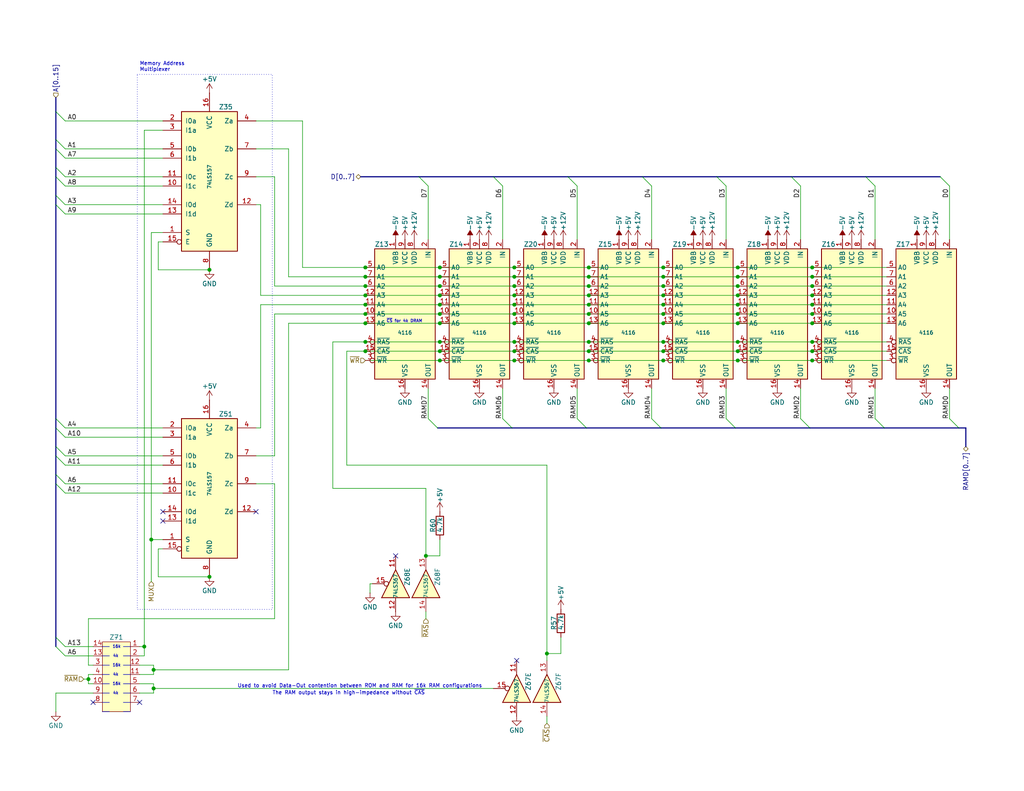
<source format=kicad_sch>
(kicad_sch (version 20231120) (generator "eeschema") (generator_version "8.0")
  (paper "USLetter")
  (title_block (title "TRS-80 Model I Rev A") (date "2024-11-20") (rev "E1A-A") (company "RetroStack - Marcel Erz") (comment 2 "RAM and data-bus gating") (comment 4 "RAM"))
  (lib_symbols
    (symbol "74xx:74LS157" (pin_names (offset 1.016))
      (property "Reference" "U" (at -7.62 19.05 0))
      (property "Value" "74LS157" (at -7.62 -21.59 0))
      (symbol "74LS157_1_0"
        (pin input line (at -12.7 -15.24 0) (length 5.08) (name "S") (number "1"))
        (pin input line (at -12.7 -2.54 0) (length 5.08) (name "I1c") (number "10"))
        (pin input line (at -12.7 0 0) (length 5.08) (name "I0c") (number "11"))
        (pin output line (at 12.7 -7.62 180) (length 5.08) (name "Zd") (number "12"))
        (pin input line (at -12.7 -10.16 0) (length 5.08) (name "I1d") (number "13"))
        (pin input line (at -12.7 -7.62 0) (length 5.08) (name "I0d") (number "14"))
        (pin input inverted (at -12.7 -17.78 0) (length 5.08) (name "E") (number "15"))
        (pin power_in line (at 0 22.86 270) (length 5.08) (name "VCC") (number "16"))
        (pin input line (at -12.7 15.24 0) (length 5.08) (name "I0a") (number "2"))
        (pin input line (at -12.7 12.7 0) (length 5.08) (name "I1a") (number "3"))
        (pin output line (at 12.7 15.24 180) (length 5.08) (name "Za") (number "4"))
        (pin input line (at -12.7 7.62 0) (length 5.08) (name "I0b") (number "5"))
        (pin input line (at -12.7 5.08 0) (length 5.08) (name "I1b") (number "6"))
        (pin output line (at 12.7 7.62 180) (length 5.08) (name "Zb") (number "7"))
        (pin power_in line (at 0 -25.4 90) (length 5.08) (name "GND") (number "8"))
        (pin output line (at 12.7 0 180) (length 5.08) (name "Zc") (number "9"))
      )
      (symbol "74LS157_1_1"
        (rectangle (start -7.62 17.78) (end 7.62 -20.32) (stroke (width 0.254)) (fill (type background)))
      )
    )
    (symbol "Device:R" (pin_numbers hide) (pin_names (offset 0))
      (property "Reference" "R" (at 2.032 0 90))
      (property "Value" "R" (at 0 0 90))
      (symbol "R_0_1"
        (rectangle (start -1.016 -2.54) (end 1.016 2.54) (stroke (width 0.254)))
      )
      (symbol "R_1_1"
        (pin passive line (at 0 3.81 270) (length 1.27) (name "~") (number "1"))
        (pin passive line (at 0 -3.81 90) (length 1.27) (name "~") (number "2"))
      )
    )
    (symbol "RetroStackLibrary:74LS367_Split" (pin_names (offset 1.016))
      (property "Reference" "U" (at 0 1.27 0))
      (property "Value" "74LS367" (at 0 -1.27 0))
      (symbol "74LS367_Split_1_0"
        (polyline (pts (xy -3.81 3.81) (xy -3.81 -3.81) (xy 3.81 0) (xy -3.81 3.81)) (stroke (width 0.254)) (fill (type background)))
        (pin input inverted (at 0 6.35 270) (length 4.445) (name "~") (number "1"))
        (pin input line (at -7.62 0 0) (length 3.81) (name "~") (number "2"))
        (pin tri_state line (at 7.62 0 180) (length 3.81) (name "~") (number "3"))
      )
      (symbol "74LS367_Split_2_0"
        (polyline (pts (xy -3.81 3.81) (xy -3.81 -3.81) (xy 3.81 0) (xy -3.81 3.81)) (stroke (width 0.254)) (fill (type background)))
        (pin input line (at -7.62 0 0) (length 3.81) (name "~") (number "4"))
        (pin tri_state line (at 7.62 0 180) (length 3.81) (name "~") (number "5"))
      )
      (symbol "74LS367_Split_3_0"
        (polyline (pts (xy -3.81 3.81) (xy -3.81 -3.81) (xy 3.81 0) (xy -3.81 3.81)) (stroke (width 0.254)) (fill (type background)))
        (pin input line (at -7.62 0 0) (length 3.81) (name "~") (number "6"))
        (pin tri_state line (at 7.62 0 180) (length 3.81) (name "~") (number "7"))
      )
      (symbol "74LS367_Split_4_0"
        (polyline (pts (xy -3.81 3.81) (xy -3.81 -3.81) (xy 3.81 0) (xy -3.81 3.81)) (stroke (width 0.254)) (fill (type background)))
        (pin input line (at -7.62 0 0) (length 3.81) (name "~") (number "10"))
        (pin tri_state line (at 7.62 0 180) (length 3.81) (name "~") (number "9"))
      )
      (symbol "74LS367_Split_5_0"
        (polyline (pts (xy -3.175 -2.54) (xy -3.175 -10.16) (xy 4.445 -6.35) (xy -3.175 -2.54)) (stroke (width 0.254)) (fill (type background)))
        (pin tri_state line (at 8.255 -6.35 180) (length 3.81) (name "~") (number "11"))
        (pin input line (at -6.985 -6.35 0) (length 3.81) (name "~") (number "12"))
        (pin input inverted (at 0.635 0 270) (length 4.445) (name "~") (number "15"))
      )
      (symbol "74LS367_Split_6_0"
        (polyline (pts (xy -3.81 3.81) (xy -3.81 -3.81) (xy 3.81 0) (xy -3.81 3.81)) (stroke (width 0.254)) (fill (type background)))
        (pin tri_state line (at 7.62 0 180) (length 3.81) (name "~") (number "13"))
        (pin input line (at -7.62 0 0) (length 3.81) (name "~") (number "14"))
      )
      (symbol "74LS367_Split_7_0"
        (pin power_in line (at 0 1.905 270) (length 5.08) (name "VCC") (number "16"))
        (pin power_in line (at 0 -23.495 90) (length 5.08) (name "GND") (number "8"))
      )
      (symbol "74LS367_Split_7_1"
        (rectangle (start -5.08 -3.175) (end 5.08 -18.415) (stroke (width 0.254)) (fill (type background)))
      )
    )
    (symbol "RetroStackLibrary:DRAM_4116"
      (property "Reference" "U" (at 0 0 0))
      (property "Value" "DRAM_4116" (at 0 0 0))
      (symbol "DRAM_4116_1_1"
        (rectangle (start -8.255 -4.445) (end 8.255 -40.005) (stroke (width 0.254)) (fill (type background)))
        (pin power_in line (at -2.54 -1.905 270) (length 2.54) (name "VBB") (number "1"))
        (pin input line (at -10.795 -22.225 0) (length 2.54) (name "A5") (number "10"))
        (pin input line (at -10.795 -19.685 0) (length 2.54) (name "A4") (number "11"))
        (pin input line (at -10.795 -17.145 0) (length 2.54) (name "A3") (number "12"))
        (pin input line (at -10.795 -24.765 0) (length 2.54) (name "A6") (number "13"))
        (pin tri_state line (at 6.35 -42.545 90) (length 2.54) (name "OUT") (number "14"))
        (pin input inverted (at -10.795 -32.385 0) (length 2.54) (name "~{CAS}") (number "15"))
        (pin power_in line (at 0 -42.545 90) (length 2.54) (name "VSS") (number "16"))
        (pin input line (at 6.35 -1.905 270) (length 2.54) (name "IN") (number "2"))
        (pin input inverted (at -10.795 -34.925 0) (length 2.54) (name "~{WR}") (number "3"))
        (pin input inverted (at -10.795 -29.845 0) (length 2.54) (name "~{RAS}") (number "4"))
        (pin input line (at -10.795 -9.525 0) (length 2.54) (name "A0") (number "5"))
        (pin input line (at -10.795 -14.605 0) (length 2.54) (name "A2") (number "6"))
        (pin input line (at -10.795 -12.065 0) (length 2.54) (name "A1") (number "7"))
        (pin power_in line (at 2.54 -1.905 270) (length 2.54) (name "VDD") (number "8"))
        (pin power_in line (at 0 -1.905 270) (length 2.54) (name "VCC") (number "9"))
      )
    )
    (symbol "RetroStackLibrary:TRS80_Model_I_X71_A"
      (property "Reference" "X" (at 0 0 0))
      (property "Value" "TRS80_Model_I_X71" (at 0 0 0))
      (symbol "TRS80_Model_I_X71_A_1_1"
        (rectangle (start -3.81 -1.27) (end 3.81 -20.32) (fill (type background)))
        (pin passive line (at 6.35 -2.54 180) (length 2.54) (name "~") (number "1"))
        (pin passive line (at -6.35 -12.7 0) (length 2.54) (name "~") (number "10"))
        (pin passive line (at 6.35 -10.16 180) (length 2.54) (name "~") (number "11"))
        (pin passive line (at 6.35 -7.62 180) (length 2.54) (name "~") (number "12"))
        (pin passive line (at -6.35 -5.08 0) (length 2.54) (name "~") (number "13"))
        (pin passive line (at -6.35 -2.54 0) (length 2.54) (name "~") (number "14"))
        (pin passive line (at 6.35 -5.08 180) (length 2.54) (name "~") (number "2"))
        (pin passive line (at -6.35 -7.62 0) (length 2.54) (name "~") (number "3"))
        (pin passive line (at -6.35 -10.16 0) (length 2.54) (name "~") (number "4"))
        (pin passive line (at 6.35 -12.7 180) (length 2.54) (name "~") (number "5"))
        (pin passive line (at 6.35 -15.24 180) (length 2.54) (name "~") (number "6"))
        (pin passive line (at 6.35 -17.78 180) (length 2.54) (name "~") (number "7"))
        (pin passive line (at -6.35 -17.78 0) (length 2.54) (name "~") (number "8"))
        (pin passive line (at -6.35 -15.24 0) (length 2.54) (name "~") (number "9"))
      )
    )
    (symbol "power:+12V" (power) (pin_numbers hide) (pin_names (offset 0) hide)
      (property "Value" "+12V" (at 0 3.556 0))
      (symbol "+12V_0_1"
        (polyline (pts (xy -0.762 1.27) (xy 0 2.54)))
        (polyline (pts (xy 0 0) (xy 0 2.54)))
        (polyline (pts (xy 0 2.54) (xy 0.762 1.27)))
      )
      (symbol "+12V_1_1"
        (pin power_in line (at 0 0 90) (length 0) (name "~") (number "1"))
      )
    )
    (symbol "power:+5V" (power) (pin_numbers hide) (pin_names (offset 0) hide)
      (property "Value" "+5V" (at 0 3.556 0))
      (symbol "+5V_0_1"
        (polyline (pts (xy -0.762 1.27) (xy 0 2.54)))
        (polyline (pts (xy 0 0) (xy 0 2.54)))
        (polyline (pts (xy 0 2.54) (xy 0.762 1.27)))
      )
      (symbol "+5V_1_1"
        (pin power_in line (at 0 0 90) (length 0) (name "~") (number "1"))
      )
    )
    (symbol "power:-5V" (power) (pin_numbers hide) (pin_names (offset 0) hide)
      (property "Value" "-5V" (at 0 3.556 0))
      (symbol "-5V_0_0"
        (pin power_in line (at 0 0 90) (length 0) (name "~") (number "1"))
      )
      (symbol "-5V_0_1"
        (polyline (pts (xy 0 0) (xy 0 1.27) (xy 0.762 1.27) (xy 0 2.54) (xy -0.762 1.27) (xy 0 1.27)) (fill (type outline)))
      )
    )
    (symbol "power:GND" (power) (pin_numbers hide) (pin_names (offset 0) hide)
      (property "Value" "GND" (at 0 -3.81 0))
      (symbol "GND_0_1"
        (polyline (pts (xy 0 0) (xy 0 -1.27) (xy 1.27 -1.27) (xy 0 -2.54) (xy -1.27 -1.27) (xy 0 -1.27)))
      )
      (symbol "GND_1_1"
        (pin power_in line (at 0 0 270) (length 0) (name "~") (number "1"))
      )
    )
  )
  (junction (at 116.205 151.765))
  (junction (at 201.295 83.185))
  (junction (at 140.335 98.425))
  (junction (at 140.335 93.345))
  (junction (at 41.275 147.32))
  (junction (at 120.015 85.725))
  (junction (at 160.655 75.565))
  (junction (at 201.295 88.265))
  (junction (at 221.615 88.265))
  (junction (at 180.975 98.425))
  (junction (at 180.975 73.025))
  (junction (at 221.615 75.565))
  (junction (at 57.15 73.66))
  (junction (at 140.335 78.105))
  (junction (at 99.695 85.725))
  (junction (at 180.975 78.105))
  (junction (at 221.615 83.185))
  (junction (at 201.295 95.885))
  (junction (at 221.615 80.645))
  (junction (at 140.335 95.885))
  (junction (at 221.615 95.885))
  (junction (at 99.695 93.345))
  (junction (at 180.975 83.185))
  (junction (at 201.295 78.105))
  (junction (at 99.695 75.565))
  (junction (at 140.335 75.565))
  (junction (at 160.655 83.185))
  (junction (at 39.37 176.53))
  (junction (at 41.91 182.88))
  (junction (at 221.615 73.025))
  (junction (at 99.695 78.105))
  (junction (at 140.335 83.185))
  (junction (at 160.655 95.885))
  (junction (at 99.695 83.185))
  (junction (at 180.975 80.645))
  (junction (at 120.015 83.185))
  (junction (at 160.655 98.425))
  (junction (at 99.695 88.265))
  (junction (at 201.295 98.425))
  (junction (at 160.655 85.725))
  (junction (at 180.975 88.265))
  (junction (at 221.615 93.345))
  (junction (at 221.615 85.725))
  (junction (at 140.335 85.725))
  (junction (at 24.13 185.42))
  (junction (at 140.335 80.645))
  (junction (at 160.655 78.105))
  (junction (at 99.695 80.645))
  (junction (at 160.655 93.345))
  (junction (at 201.295 93.345))
  (junction (at 221.615 78.105))
  (junction (at 201.295 85.725))
  (junction (at 120.015 73.025))
  (junction (at 99.695 73.025))
  (junction (at 140.335 88.265))
  (junction (at 120.015 75.565))
  (junction (at 160.655 80.645))
  (junction (at 180.975 93.345))
  (junction (at 221.615 98.425))
  (junction (at 140.335 73.025))
  (junction (at 201.295 75.565))
  (junction (at 99.695 95.885))
  (junction (at 120.015 88.265))
  (junction (at 41.91 187.96))
  (junction (at 180.975 75.565))
  (junction (at 201.295 73.025))
  (junction (at 160.655 88.265))
  (junction (at 120.015 98.425))
  (junction (at 149.225 178.435))
  (junction (at 120.015 95.885))
  (junction (at 160.655 73.025))
  (junction (at 120.015 93.345))
  (junction (at 120.015 80.645))
  (junction (at 57.15 157.48))
  (junction (at 201.295 80.645))
  (junction (at 180.975 85.725))
  (junction (at 120.015 78.105))
  (junction (at 180.975 95.885))
  (no_connect (at 107.95 151.765))
  (no_connect (at 44.45 139.7))
  (no_connect (at 69.85 139.7))
  (no_connect (at 25.4 191.77))
  (no_connect (at 140.97 180.34))
  (no_connect (at 38.1 191.77))
  (no_connect (at 44.45 142.24))
  (bus_entry (at 17.78 50.8) (size -2.54 -2.54))
  (bus_entry (at 238.76 114.3) (size 2.54 2.54))
  (bus_entry (at 116.84 50.8) (size -2.54 -2.54))
  (bus_entry (at 17.78 48.26) (size -2.54 -2.54))
  (bus_entry (at 17.78 124.46) (size -2.54 -2.54))
  (bus_entry (at 17.78 55.88) (size -2.54 -2.54))
  (bus_entry (at 198.12 114.3) (size 2.54 2.54))
  (bus_entry (at 17.78 179.07) (size -2.54 -2.54))
  (bus_entry (at 137.16 50.8) (size -2.54 -2.54))
  (bus_entry (at 17.78 176.53) (size -2.54 -2.54))
  (bus_entry (at 218.44 50.8) (size -2.54 -2.54))
  (bus_entry (at 17.78 119.38) (size -2.54 -2.54))
  (bus_entry (at 17.78 58.42) (size -2.54 -2.54))
  (bus_entry (at 157.48 114.3) (size 2.54 2.54))
  (bus_entry (at 17.78 43.18) (size -2.54 -2.54))
  (bus_entry (at 17.78 127) (size -2.54 -2.54))
  (bus_entry (at 17.78 116.84) (size -2.54 -2.54))
  (bus_entry (at 238.76 50.8) (size -2.54 -2.54))
  (bus_entry (at 218.44 114.3) (size 2.54 2.54))
  (bus_entry (at 17.78 33.02) (size -2.54 -2.54))
  (bus_entry (at 17.78 40.64) (size -2.54 -2.54))
  (bus_entry (at 137.16 114.3) (size 2.54 2.54))
  (bus_entry (at 177.8 114.3) (size 2.54 2.54))
  (bus_entry (at 17.78 134.62) (size -2.54 -2.54))
  (bus_entry (at 259.08 114.3) (size 2.54 2.54))
  (bus_entry (at 116.84 114.3) (size 2.54 2.54))
  (bus_entry (at 17.78 132.08) (size -2.54 -2.54))
  (bus_entry (at 198.12 50.8) (size -2.54 -2.54))
  (bus_entry (at 259.08 50.8) (size -2.54 -2.54))
  (bus_entry (at 177.8 50.8) (size -2.54 -2.54))
  (bus_entry (at 157.48 50.8) (size -2.54 -2.54))
  (wire (pts (xy 99.695 85.725) (xy 120.015 85.725)))
  (bus (pts (xy 180.34 116.84) (xy 200.66 116.84)))
  (wire (pts (xy 221.615 73.025) (xy 241.935 73.025)))
  (wire (pts (xy 78.74 88.265) (xy 78.74 182.88)))
  (wire (pts (xy 78.74 40.64) (xy 78.74 75.565)))
  (wire (pts (xy 41.275 63.5) (xy 41.275 147.32)))
  (wire (pts (xy 160.655 73.025) (xy 180.975 73.025)))
  (wire (pts (xy 140.335 80.645) (xy 160.655 80.645)))
  (wire (pts (xy 198.12 50.8) (xy 198.12 65.405)))
  (bus (pts (xy 241.3 116.84) (xy 261.62 116.84)))
  (wire (pts (xy 221.615 98.425) (xy 241.935 98.425)))
  (wire (pts (xy 140.335 83.185) (xy 160.655 83.185)))
  (wire (pts (xy 39.37 176.53) (xy 39.37 179.07)))
  (wire (pts (xy 24.13 185.42) (xy 24.13 184.15)))
  (wire (pts (xy 259.08 106.045) (xy 259.08 114.3)))
  (wire (pts (xy 69.85 33.02) (xy 82.55 33.02)))
  (wire (pts (xy 201.295 73.025) (xy 221.615 73.025)))
  (wire (pts (xy 221.615 95.885) (xy 241.935 95.885)))
  (wire (pts (xy 69.85 48.26) (xy 74.93 48.26)))
  (wire (pts (xy 201.295 75.565) (xy 221.615 75.565)))
  (wire (pts (xy 90.805 93.345) (xy 99.695 93.345)))
  (wire (pts (xy 180.975 75.565) (xy 201.295 75.565)))
  (wire (pts (xy 41.91 182.88) (xy 78.74 182.88)))
  (bus (pts (xy 236.22 48.26) (xy 256.54 48.26)))
  (wire (pts (xy 120.015 85.725) (xy 140.335 85.725)))
  (wire (pts (xy 180.975 98.425) (xy 201.295 98.425)))
  (wire (pts (xy 221.615 80.645) (xy 241.935 80.645)))
  (wire (pts (xy 41.91 181.61) (xy 41.91 182.88)))
  (wire (pts (xy 160.655 93.345) (xy 180.975 93.345)))
  (wire (pts (xy 157.48 106.045) (xy 157.48 114.3)))
  (wire (pts (xy 160.655 85.725) (xy 180.975 85.725)))
  (wire (pts (xy 180.975 85.725) (xy 201.295 85.725)))
  (wire (pts (xy 41.91 189.23) (xy 38.1 189.23)))
  (wire (pts (xy 149.225 178.435) (xy 153.035 178.435)))
  (bus (pts (xy 119.38 116.84) (xy 139.7 116.84)))
  (wire (pts (xy 201.295 80.645) (xy 221.615 80.645)))
  (wire (pts (xy 160.655 98.425) (xy 180.975 98.425)))
  (wire (pts (xy 17.78 119.38) (xy 44.45 119.38)))
  (wire (pts (xy 149.225 178.435) (xy 149.225 180.34)))
  (bus (pts (xy 15.24 173.99) (xy 15.24 132.08)))
  (polyline (pts (xy 33.655 181.61) (xy 35.56 181.61)))
  (polyline (pts (xy 33.655 176.53) (xy 35.56 176.53)))
  (wire (pts (xy 99.695 83.185) (xy 120.015 83.185)))
  (wire (pts (xy 78.74 88.265) (xy 99.695 88.265)))
  (wire (pts (xy 41.275 147.32) (xy 44.45 147.32)))
  (wire (pts (xy 38.1 186.69) (xy 41.91 186.69)))
  (wire (pts (xy 180.975 88.265) (xy 201.295 88.265)))
  (wire (pts (xy 100.965 159.385) (xy 101.6 159.385)))
  (wire (pts (xy 22.86 185.42) (xy 24.13 185.42)))
  (wire (pts (xy 38.1 181.61) (xy 41.91 181.61)))
  (wire (pts (xy 17.78 58.42) (xy 44.45 58.42)))
  (wire (pts (xy 116.205 133.35) (xy 90.805 133.35)))
  (wire (pts (xy 116.84 106.045) (xy 116.84 114.3)))
  (bus (pts (xy 15.24 53.34) (xy 15.24 48.26)))
  (bus (pts (xy 220.98 116.84) (xy 241.3 116.84)))
  (wire (pts (xy 149.225 127) (xy 149.225 178.435)))
  (wire (pts (xy 69.85 55.88) (xy 71.12 55.88)))
  (wire (pts (xy 201.295 98.425) (xy 221.615 98.425)))
  (bus (pts (xy 15.24 55.88) (xy 15.24 53.34)))
  (wire (pts (xy 41.91 187.96) (xy 41.91 189.23)))
  (wire (pts (xy 218.44 65.405) (xy 218.44 50.8)))
  (wire (pts (xy 140.335 95.885) (xy 160.655 95.885)))
  (wire (pts (xy 160.655 95.885) (xy 180.975 95.885)))
  (bus (pts (xy 263.525 116.84) (xy 263.525 121.92)))
  (wire (pts (xy 120.015 75.565) (xy 140.335 75.565)))
  (wire (pts (xy 71.12 116.84) (xy 69.85 116.84)))
  (wire (pts (xy 74.93 85.725) (xy 99.695 85.725)))
  (wire (pts (xy 120.015 93.345) (xy 140.335 93.345)))
  (polyline (pts (xy 33.655 186.69) (xy 35.56 186.69)))
  (wire (pts (xy 17.78 43.18) (xy 44.45 43.18)))
  (wire (pts (xy 43.18 66.04) (xy 44.45 66.04)))
  (bus (pts (xy 15.24 116.84) (xy 15.24 114.3)))
  (bus (pts (xy 15.24 114.3) (xy 15.24 55.88)))
  (wire (pts (xy 74.93 48.26) (xy 74.93 78.105)))
  (wire (pts (xy 120.015 98.425) (xy 140.335 98.425)))
  (wire (pts (xy 160.655 88.265) (xy 180.975 88.265)))
  (wire (pts (xy 140.335 73.025) (xy 160.655 73.025)))
  (wire (pts (xy 82.55 33.02) (xy 82.55 73.025)))
  (wire (pts (xy 17.78 40.64) (xy 44.45 40.64)))
  (bus (pts (xy 15.24 124.46) (xy 15.24 129.54)))
  (wire (pts (xy 201.295 88.265) (xy 221.615 88.265)))
  (wire (pts (xy 17.78 55.88) (xy 44.45 55.88)))
  (wire (pts (xy 137.16 106.045) (xy 137.16 114.3)))
  (wire (pts (xy 198.12 106.045) (xy 198.12 114.3)))
  (wire (pts (xy 177.8 106.045) (xy 177.8 114.3)))
  (bus (pts (xy 15.24 40.64) (xy 15.24 38.1)))
  (polyline (pts (xy 33.655 191.77) (xy 35.56 191.77)))
  (wire (pts (xy 160.655 83.185) (xy 180.975 83.185)))
  (wire (pts (xy 43.18 157.48) (xy 57.15 157.48)))
  (wire (pts (xy 24.13 181.61) (xy 25.4 181.61)))
  (wire (pts (xy 120.015 95.885) (xy 140.335 95.885)))
  (wire (pts (xy 17.78 124.46) (xy 44.45 124.46)))
  (polyline (pts (xy 33.655 189.23) (xy 35.56 189.23)))
  (wire (pts (xy 99.695 88.265) (xy 120.015 88.265)))
  (wire (pts (xy 116.205 168.91) (xy 116.205 167.005)))
  (wire (pts (xy 160.655 78.105) (xy 180.975 78.105)))
  (wire (pts (xy 218.44 106.045) (xy 218.44 114.3)))
  (wire (pts (xy 140.335 75.565) (xy 160.655 75.565)))
  (wire (pts (xy 38.1 179.07) (xy 39.37 179.07)))
  (wire (pts (xy 17.78 50.8) (xy 44.45 50.8)))
  (bus (pts (xy 15.24 132.08) (xy 15.24 129.54)))
  (wire (pts (xy 71.12 83.185) (xy 99.695 83.185)))
  (wire (pts (xy 180.975 78.105) (xy 201.295 78.105)))
  (wire (pts (xy 17.78 176.53) (xy 25.4 176.53)))
  (wire (pts (xy 99.695 78.105) (xy 120.015 78.105)))
  (wire (pts (xy 17.78 33.02) (xy 44.45 33.02)))
  (wire (pts (xy 221.615 78.105) (xy 241.935 78.105)))
  (wire (pts (xy 71.12 55.88) (xy 71.12 80.645)))
  (wire (pts (xy 94.615 95.885) (xy 99.695 95.885)))
  (wire (pts (xy 201.295 95.885) (xy 221.615 95.885)))
  (wire (pts (xy 120.015 73.025) (xy 140.335 73.025)))
  (wire (pts (xy 116.205 151.765) (xy 116.205 133.35)))
  (wire (pts (xy 120.015 80.645) (xy 140.335 80.645)))
  (wire (pts (xy 259.08 50.8) (xy 259.08 65.405)))
  (wire (pts (xy 99.695 93.345) (xy 120.015 93.345)))
  (wire (pts (xy 99.695 75.565) (xy 120.015 75.565)))
  (bus (pts (xy 175.26 48.26) (xy 195.58 48.26)))
  (wire (pts (xy 201.295 78.105) (xy 221.615 78.105)))
  (bus (pts (xy 15.24 124.46) (xy 15.24 121.92)))
  (wire (pts (xy 43.18 149.86) (xy 44.45 149.86)))
  (wire (pts (xy 24.13 168.91) (xy 24.13 181.61)))
  (wire (pts (xy 120.015 88.265) (xy 140.335 88.265)))
  (wire (pts (xy 69.85 132.08) (xy 74.93 132.08)))
  (polyline (pts (xy 27.94 191.77) (xy 29.845 191.77)))
  (wire (pts (xy 15.24 189.23) (xy 15.24 194.31)))
  (wire (pts (xy 38.1 176.53) (xy 39.37 176.53)))
  (wire (pts (xy 99.695 73.025) (xy 120.015 73.025)))
  (wire (pts (xy 74.93 168.91) (xy 24.13 168.91)))
  (wire (pts (xy 78.74 75.565) (xy 99.695 75.565)))
  (wire (pts (xy 180.975 80.645) (xy 201.295 80.645)))
  (wire (pts (xy 157.48 50.8) (xy 157.48 65.405)))
  (wire (pts (xy 17.78 127) (xy 44.45 127)))
  (wire (pts (xy 180.975 95.885) (xy 201.295 95.885)))
  (wire (pts (xy 116.84 50.8) (xy 116.84 65.405)))
  (bus (pts (xy 15.24 40.64) (xy 15.24 45.72)))
  (wire (pts (xy 99.695 95.885) (xy 120.015 95.885)))
  (polyline (pts (xy 27.94 181.61) (xy 29.845 181.61)))
  (wire (pts (xy 74.93 132.08) (xy 74.93 168.91)))
  (wire (pts (xy 41.275 147.32) (xy 41.275 158.75)))
  (wire (pts (xy 24.13 185.42) (xy 24.13 186.69)))
  (polyline (pts (xy 27.94 189.23) (xy 29.845 189.23)))
  (bus (pts (xy 15.24 173.99) (xy 15.24 176.53)))
  (bus (pts (xy 200.66 116.84) (xy 220.98 116.84)))
  (wire (pts (xy 17.78 48.26) (xy 44.45 48.26)))
  (wire (pts (xy 153.035 173.99) (xy 153.035 178.435)))
  (wire (pts (xy 43.18 73.66) (xy 57.15 73.66)))
  (wire (pts (xy 94.615 127) (xy 149.225 127)))
  (wire (pts (xy 69.85 124.46) (xy 74.93 124.46)))
  (polyline (pts (xy 33.655 184.15) (xy 35.56 184.15)))
  (wire (pts (xy 74.93 78.105) (xy 99.695 78.105)))
  (wire (pts (xy 120.015 83.185) (xy 140.335 83.185)))
  (wire (pts (xy 201.295 93.345) (xy 221.615 93.345)))
  (polyline (pts (xy 27.94 176.53) (xy 29.845 176.53)))
  (bus (pts (xy 15.24 48.26) (xy 15.24 45.72)))
  (bus (pts (xy 114.3 48.26) (xy 134.62 48.26)))
  (wire (pts (xy 17.78 179.07) (xy 25.4 179.07)))
  (wire (pts (xy 120.015 78.105) (xy 140.335 78.105)))
  (wire (pts (xy 140.335 98.425) (xy 160.655 98.425)))
  (wire (pts (xy 221.615 75.565) (xy 241.935 75.565)))
  (bus (pts (xy 215.9 48.26) (xy 236.22 48.26)))
  (polyline (pts (xy 33.655 179.07) (xy 35.56 179.07)))
  (bus (pts (xy 154.94 48.26) (xy 175.26 48.26)))
  (wire (pts (xy 43.18 66.04) (xy 43.18 73.66)))
  (wire (pts (xy 137.16 65.405) (xy 137.16 50.8)))
  (wire (pts (xy 221.615 85.725) (xy 241.935 85.725)))
  (wire (pts (xy 17.78 134.62) (xy 44.45 134.62)))
  (wire (pts (xy 180.975 83.185) (xy 201.295 83.185)))
  (wire (pts (xy 238.76 50.8) (xy 238.76 65.405)))
  (wire (pts (xy 238.76 106.045) (xy 238.76 114.3)))
  (wire (pts (xy 100.965 161.925) (xy 100.965 159.385)))
  (bus (pts (xy 15.24 38.1) (xy 15.24 30.48)))
  (bus (pts (xy 134.62 48.26) (xy 154.94 48.26)))
  (polyline (pts (xy 27.94 186.69) (xy 29.845 186.69)))
  (wire (pts (xy 221.615 83.185) (xy 241.935 83.185)))
  (wire (pts (xy 41.91 187.96) (xy 41.91 186.69)))
  (wire (pts (xy 82.55 73.025) (xy 99.695 73.025)))
  (wire (pts (xy 120.015 147.32) (xy 120.015 151.765)))
  (wire (pts (xy 39.37 35.56) (xy 39.37 176.53)))
  (wire (pts (xy 90.805 133.35) (xy 90.805 93.345)))
  (polyline (pts (xy 27.94 184.15) (xy 29.845 184.15)))
  (wire (pts (xy 71.12 116.84) (xy 71.12 83.185)))
  (wire (pts (xy 44.45 63.5) (xy 41.275 63.5)))
  (polyline (pts (xy 27.94 179.07) (xy 29.845 179.07)))
  (wire (pts (xy 41.91 187.96) (xy 134.62 187.96)))
  (bus (pts (xy 160.02 116.84) (xy 180.34 116.84)))
  (wire (pts (xy 71.12 80.645) (xy 99.695 80.645)))
  (wire (pts (xy 177.8 65.405) (xy 177.8 50.8)))
  (wire (pts (xy 160.655 75.565) (xy 180.975 75.565)))
  (polyline (pts (xy 27.94 194.31) (xy 29.845 194.31)))
  (polyline (pts (xy 33.655 194.31) (xy 35.56 194.31)))
  (bus (pts (xy 15.24 30.48) (xy 15.24 26.67)))
  (wire (pts (xy 41.91 184.15) (xy 38.1 184.15)))
  (wire (pts (xy 39.37 35.56) (xy 44.45 35.56)))
  (wire (pts (xy 43.18 149.86) (xy 43.18 157.48)))
  (wire (pts (xy 149.225 197.485) (xy 149.225 195.58)))
  (bus (pts (xy 98.425 48.26) (xy 114.3 48.26)))
  (wire (pts (xy 140.335 93.345) (xy 160.655 93.345)))
  (wire (pts (xy 69.85 40.64) (xy 78.74 40.64)))
  (wire (pts (xy 17.78 116.84) (xy 44.45 116.84)))
  (wire (pts (xy 201.295 85.725) (xy 221.615 85.725)))
  (wire (pts (xy 221.615 88.265) (xy 241.935 88.265)))
  (wire (pts (xy 24.13 186.69) (xy 25.4 186.69)))
  (wire (pts (xy 120.015 151.765) (xy 116.205 151.765)))
  (wire (pts (xy 99.695 80.645) (xy 120.015 80.645)))
  (wire (pts (xy 74.93 124.46) (xy 74.93 85.725)))
  (wire (pts (xy 140.335 85.725) (xy 160.655 85.725)))
  (bus (pts (xy 261.62 116.84) (xy 263.525 116.84)))
  (wire (pts (xy 25.4 184.15) (xy 24.13 184.15)))
  (wire (pts (xy 160.655 80.645) (xy 180.975 80.645)))
  (wire (pts (xy 99.695 98.425) (xy 120.015 98.425)))
  (wire (pts (xy 201.295 83.185) (xy 221.615 83.185)))
  (wire (pts (xy 180.975 73.025) (xy 201.295 73.025)))
  (wire (pts (xy 41.91 182.88) (xy 41.91 184.15)))
  (bus (pts (xy 15.24 116.84) (xy 15.24 121.92)))
  (wire (pts (xy 221.615 93.345) (xy 241.935 93.345)))
  (wire (pts (xy 180.975 93.345) (xy 201.295 93.345)))
  (wire (pts (xy 140.335 78.105) (xy 160.655 78.105)))
  (bus (pts (xy 195.58 48.26) (xy 215.9 48.26)))
  (wire (pts (xy 17.78 132.08) (xy 44.45 132.08)))
  (wire (pts (xy 140.335 88.265) (xy 160.655 88.265)))
  (bus (pts (xy 139.7 116.84) (xy 160.02 116.84)))
  (wire (pts (xy 15.24 189.23) (xy 25.4 189.23)))
  (wire (pts (xy 94.615 95.885) (xy 94.615 127)))
  (rectangle (start 37.465 20.32) (end 74.295 166.37) (stroke (width 0) (type dot)))
  (text "4k" (at 32.385 189.865 0) (effects (font (size 0.8 0.8)) (justify right bottom)))
  (text "Memory Address\nMultiplexer" (at 38.1 19.685 0) (effects (font (size 1 1)) (justify left bottom)))
  (text "The RAM output stays in high-impedance without ~{CAS}" (at 74.295 189.865 0) (effects (font (size 1 1)) (justify left bottom)))
  (text "16k" (at 33.02 187.325 0) (effects (font (size 0.8 0.8)) (justify right bottom)))
  (text "Used to avoid Data-Out contention between ROM and RAM for 16k RAM configurations" (at 64.77 187.96 0) (effects (font (size 1 1)) (justify left bottom)))
  (text "~{CS} for 4k DRAM" (at 105.41 88.265 0) (effects (font (size 0.8 0.8)) (justify left bottom)))
  (text "16k" (at 33.02 182.245 0) (effects (font (size 0.8 0.8)) (justify right bottom)))
  (text "4k" (at 32.385 179.705 0) (effects (font (size 0.8 0.8)) (justify right bottom)))
  (text "4k" (at 32.385 184.785 0) (effects (font (size 0.8 0.8)) (justify right bottom)))
  (text "16k" (at 33.02 177.165 0) (effects (font (size 0.8 0.8)) (justify right bottom)))
  (label "A6" (at 18.415 179.07 0))
  (label "A1" (at 18.415 40.64 0))
  (label "D2" (at 218.44 51.435 270))
  (label "A10" (at 18.415 119.38 0))
  (label "A7" (at 18.415 43.18 0))
  (label "A6" (at 18.415 132.08 0))
  (label "A11" (at 18.415 127 0))
  (label "RAMD7" (at 116.84 107.95 270))
  (label "A13" (at 18.415 176.53 0))
  (label "RAMD6" (at 137.16 107.95 270))
  (label "A9" (at 18.415 58.42 0))
  (label "A0" (at 18.415 33.02 0))
  (label "RAMD3" (at 198.12 107.95 270))
  (label "D3" (at 198.12 51.435 270))
  (label "D0" (at 259.08 51.435 270))
  (label "RAMD4" (at 177.8 107.95 270))
  (label "D5" (at 157.48 51.435 270))
  (label "RAMD1" (at 238.76 107.95 270))
  (label "A12" (at 18.415 134.62 0))
  (label "D4" (at 177.8 51.435 270))
  (label "A4" (at 18.415 116.84 0))
  (label "D6" (at 137.16 51.435 270))
  (label "A3" (at 18.415 55.88 0))
  (label "RAMD0" (at 259.08 107.95 270))
  (label "A8" (at 18.415 50.8 0))
  (label "A5" (at 18.415 124.46 0))
  (label "A2" (at 18.415 48.26 0))
  (label "D7" (at 116.84 51.435 270))
  (label "RAMD2" (at 218.44 107.95 270))
  (label "RAMD5" (at 157.48 107.95 270))
  (label "D1" (at 238.76 51.435 270))
  (hierarchical_label "~{WR}" (shape input) (at 99.695 98.425 180))
  (hierarchical_label "A[0..15]" (shape input) (at 15.24 26.67 90))
  (hierarchical_label "~{CAS}" (shape input) (at 149.225 197.485 270))
  (hierarchical_label "~{RAS}" (shape input) (at 116.205 168.91 270))
  (hierarchical_label "~{RAM}" (shape input) (at 22.86 185.42 180))
  (hierarchical_label "D[0..7]" (shape bidirectional) (at 98.425 48.26 180))
  (hierarchical_label "RAMD[0..7]" (shape bidirectional) (at 263.525 121.92 270))
  (hierarchical_label "MUX" (shape input) (at 41.275 158.75 270))
  (symbol (lib_id "RetroStackLibrary:74LS367_Split") (at 116.205 159.385 90) (unit 6)
    (property "Reference" "Z68" (at 119.38 157.48 0))
    (property "Value" "74LS367" (at 116.205 160.02 0) (effects (font (size 1 1))))
    (property "Footprint" "RetroStackLibrary:TRS80_Model_I_DIP16" (effects (hide yes)))
    (property "Datasheet" "https://www.ti.com/lit/ds/symlink/sn74ls367a.pdf" (effects (hide yes)))
  )
  (symbol (lib_id "power:+5V") (at 57.15 25.4 0) (unit 1)
    (property "Reference" "#PWR0176" (effects (hide yes)))
    (property "Value" "+5V" (at 57.15 21.59 0))
    (property "Description" "Power symbol creates a global label with name \"+5V\"" (effects (hide yes)))
  )
  (symbol (lib_id "power:-5V") (at 229.87 65.405 0) (unit 1)
    (property "Reference" "#PWR0160" (effects (hide yes)))
    (property "Value" "-5V" (at 229.87 60.96 90))
    (property "Description" "Power symbol creates a global label with name \"-5V\"" (effects (hide yes)))
  )
  (symbol (lib_id "power:GND") (at 57.15 73.66 0) (unit 1)
    (property "Reference" "#PWR0178" (effects (hide yes)))
    (property "Value" "GND" (at 57.15 77.47 0))
    (property "Description" "Power symbol creates a global label with name \"GND\" , ground" (effects (hide yes)))
  )
  (symbol (lib_id "power:+12V") (at 255.27 65.405 0) (unit 1)
    (property "Reference" "#PWR0165" (effects (hide yes)))
    (property "Value" "+12V" (at 255.27 60.325 90))
    (property "Description" "Power symbol creates a global label with name \"+12V\"" (effects (hide yes)))
  )
  (symbol (lib_id "RetroStackLibrary:DRAM_4116") (at 151.13 63.5 0) (unit 1)
    (property "Reference" "Z20" (at 142.875 66.675 0) (effects (justify left)))
    (property "Value" "4116" (at 151.13 90.805 0) (effects (font (size 1 1))))
    (property "Footprint" "RetroStackLibrary:TRS80_Model_I_DIP16" (effects (hide yes)))
    (property "Datasheet" "https://wiki.console5.com/tw/images/8/85/MK4116.pdf" (effects (hide yes)))
  )
  (symbol (lib_id "power:-5V") (at 250.19 65.405 0) (unit 1)
    (property "Reference" "#PWR0163" (effects (hide yes)))
    (property "Value" "-5V" (at 250.19 60.96 90))
    (property "Description" "Power symbol creates a global label with name \"-5V\"" (effects (hide yes)))
  )
  (symbol (lib_id "Device:R") (at 153.035 170.18 0) (unit 1)
    (property "Reference" "R57" (at 151.13 172.085 90) (effects (justify left)))
    (property "Value" "4.7k" (at 153.035 172.085 90) (effects (justify left)))
    (property "Footprint" "RetroStackLibrary:TRS80_Model_I_R_0.25W" (effects (hide yes)))
  )
  (symbol (lib_id "power:GND") (at 130.81 106.045 0) (unit 1)
    (property "Reference" "#PWR0166" (effects (hide yes)))
    (property "Value" "GND" (at 130.81 109.855 0))
    (property "Description" "Power symbol creates a global label with name \"GND\" , ground" (effects (hide yes)))
  )
  (symbol (lib_id "power:GND") (at 57.15 157.48 0) (unit 1)
    (property "Reference" "#PWR0179" (effects (hide yes)))
    (property "Value" "GND" (at 57.15 161.29 0))
    (property "Description" "Power symbol creates a global label with name \"GND\" , ground" (effects (hide yes)))
  )
  (symbol (lib_id "power:+5V") (at 232.41 65.405 0) (unit 1)
    (property "Reference" "#PWR0161" (effects (hide yes)))
    (property "Value" "+5V" (at 232.41 60.96 90))
    (property "Description" "Power symbol creates a global label with name \"+5V\"" (effects (hide yes)))
  )
  (symbol (lib_id "power:GND") (at 252.73 106.045 0) (unit 1)
    (property "Reference" "#PWR0172" (effects (hide yes)))
    (property "Value" "GND" (at 252.73 109.855 0))
    (property "Description" "Power symbol creates a global label with name \"GND\" , ground" (effects (hide yes)))
  )
  (symbol (lib_id "RetroStackLibrary:74LS367_Split") (at 134.62 188.595 90) (unit 5)
    (property "Reference" "Z67" (at 144.145 186.055 0))
    (property "Value" "74LS367" (at 140.97 188.595 0) (effects (font (size 1 1))))
    (property "Footprint" "RetroStackLibrary:TRS80_Model_I_DIP16" (effects (hide yes)))
    (property "Datasheet" "https://www.ti.com/lit/ds/symlink/sn74ls367a.pdf" (effects (hide yes)))
  )
  (symbol (lib_id "power:+5V") (at 130.81 65.405 0) (unit 1)
    (property "Reference" "#PWR0146" (effects (hide yes)))
    (property "Value" "+5V" (at 130.81 60.96 90))
    (property "Description" "Power symbol creates a global label with name \"+5V\"" (effects (hide yes)))
  )
  (symbol (lib_id "power:GND") (at 100.965 161.925 0) (unit 1)
    (property "Reference" "#PWR0173" (effects (hide yes)))
    (property "Value" "GND" (at 100.965 165.735 0))
    (property "Description" "Power symbol creates a global label with name \"GND\" , ground" (effects (hide yes)))
  )
  (symbol (lib_id "power:+5V") (at 153.035 166.37 0) (unit 1)
    (property "Reference" "#PWR0175" (effects (hide yes)))
    (property "Value" "+5V" (at 153.035 161.925 90))
    (property "Description" "Power symbol creates a global label with name \"+5V\"" (effects (hide yes)))
  )
  (symbol (lib_id "power:GND") (at 15.24 194.31 0) (unit 1)
    (property "Reference" "#PWR0192" (effects (hide yes)))
    (property "Value" "GND" (at 15.24 198.12 0))
    (property "Description" "Power symbol creates a global label with name \"GND\" , ground" (effects (hide yes)))
  )
  (symbol (lib_id "power:+5V") (at 191.77 65.405 0) (unit 1)
    (property "Reference" "#PWR0155" (effects (hide yes)))
    (property "Value" "+5V" (at 191.77 60.96 90))
    (property "Description" "Power symbol creates a global label with name \"+5V\"" (effects (hide yes)))
  )
  (symbol (lib_id "power:GND") (at 212.09 106.045 0) (unit 1)
    (property "Reference" "#PWR0170" (effects (hide yes)))
    (property "Value" "GND" (at 212.09 109.855 0))
    (property "Description" "Power symbol creates a global label with name \"GND\" , ground" (effects (hide yes)))
  )
  (symbol (lib_id "power:-5V") (at 107.95 65.405 0) (unit 1)
    (property "Reference" "#PWR0141" (effects (hide yes)))
    (property "Value" "-5V" (at 107.95 60.96 90))
    (property "Description" "Power symbol creates a global label with name \"-5V\"" (effects (hide yes)))
  )
  (symbol (lib_id "power:+12V") (at 194.31 65.405 0) (unit 1)
    (property "Reference" "#PWR0156" (effects (hide yes)))
    (property "Value" "+12V" (at 194.31 60.325 90))
    (property "Description" "Power symbol creates a global label with name \"+12V\"" (effects (hide yes)))
  )
  (symbol (lib_id "power:+5V") (at 171.45 65.405 0) (unit 1)
    (property "Reference" "#PWR0152" (effects (hide yes)))
    (property "Value" "+5V" (at 171.45 60.96 90))
    (property "Description" "Power symbol creates a global label with name \"+5V\"" (effects (hide yes)))
  )
  (symbol (lib_id "power:GND") (at 232.41 106.045 0) (unit 1)
    (property "Reference" "#PWR0171" (effects (hide yes)))
    (property "Value" "GND" (at 232.41 109.855 0))
    (property "Description" "Power symbol creates a global label with name \"GND\" , ground" (effects (hide yes)))
  )
  (symbol (lib_id "power:-5V") (at 148.59 65.405 0) (unit 1)
    (property "Reference" "#PWR0148" (effects (hide yes)))
    (property "Value" "-5V" (at 148.59 60.96 90))
    (property "Description" "Power symbol creates a global label with name \"-5V\"" (effects (hide yes)))
  )
  (symbol (lib_id "RetroStackLibrary:DRAM_4116") (at 191.77 63.5 0) (unit 1)
    (property "Reference" "Z19" (at 183.515 66.675 0) (effects (justify left)))
    (property "Value" "4116" (at 191.77 90.805 0) (effects (font (size 1 1))))
    (property "Footprint" "RetroStackLibrary:TRS80_Model_I_DIP16" (effects (hide yes)))
    (property "Datasheet" "https://wiki.console5.com/tw/images/8/85/MK4116.pdf" (effects (hide yes)))
  )
  (symbol (lib_id "power:GND") (at 191.77 106.045 0) (unit 1)
    (property "Reference" "#PWR0169" (effects (hide yes)))
    (property "Value" "GND" (at 191.77 109.855 0))
    (property "Description" "Power symbol creates a global label with name \"GND\" , ground" (effects (hide yes)))
  )
  (symbol (lib_id "power:+12V") (at 153.67 65.405 0) (unit 1)
    (property "Reference" "#PWR0150" (effects (hide yes)))
    (property "Value" "+12V" (at 153.67 60.325 90))
    (property "Description" "Power symbol creates a global label with name \"+12V\"" (effects (hide yes)))
  )
  (symbol (lib_id "power:+12V") (at 234.95 65.405 0) (unit 1)
    (property "Reference" "#PWR0162" (effects (hide yes)))
    (property "Value" "+12V" (at 234.95 60.325 90))
    (property "Description" "Power symbol creates a global label with name \"+12V\"" (effects (hide yes)))
  )
  (symbol (lib_id "power:+5V") (at 120.015 139.7 0) (unit 1)
    (property "Reference" "#PWR0174" (effects (hide yes)))
    (property "Value" "+5V" (at 120.015 135.255 90))
    (property "Description" "Power symbol creates a global label with name \"+5V\"" (effects (hide yes)))
  )
  (symbol (lib_id "power:-5V") (at 168.91 65.405 0) (unit 1)
    (property "Reference" "#PWR0151" (effects (hide yes)))
    (property "Value" "-5V" (at 168.91 60.96 90))
    (property "Description" "Power symbol creates a global label with name \"-5V\"" (effects (hide yes)))
  )
  (symbol (lib_id "RetroStackLibrary:DRAM_4116") (at 130.81 63.5 0) (unit 1)
    (property "Reference" "Z14" (at 122.555 66.675 0) (effects (justify left)))
    (property "Value" "4116" (at 130.81 90.805 0) (effects (font (size 1 1))))
    (property "Footprint" "RetroStackLibrary:TRS80_Model_I_DIP16" (effects (hide yes)))
    (property "Datasheet" "https://wiki.console5.com/tw/images/8/85/MK4116.pdf" (effects (hide yes)))
  )
  (symbol (lib_id "power:+5V") (at 151.13 65.405 0) (unit 1)
    (property "Reference" "#PWR0149" (effects (hide yes)))
    (property "Value" "+5V" (at 151.13 60.96 90))
    (property "Description" "Power symbol creates a global label with name \"+5V\"" (effects (hide yes)))
  )
  (symbol (lib_id "power:+5V") (at 110.49 65.405 0) (unit 1)
    (property "Reference" "#PWR0142" (effects (hide yes)))
    (property "Value" "+5V" (at 110.49 60.96 90))
    (property "Description" "Power symbol creates a global label with name \"+5V\"" (effects (hide yes)))
  )
  (symbol (lib_id "power:GND") (at 140.97 195.58 0) (unit 1)
    (property "Reference" "#PWR040" (effects (hide yes)))
    (property "Value" "GND" (at 140.97 199.39 0))
    (property "Description" "Power symbol creates a global label with name \"GND\" , ground" (effects (hide yes)))
  )
  (symbol (lib_id "RetroStackLibrary:DRAM_4116") (at 232.41 63.5 0) (unit 1)
    (property "Reference" "Z16" (at 224.155 66.675 0) (effects (justify left)))
    (property "Value" "4116" (at 232.41 90.805 0) (effects (font (size 1 1))))
    (property "Footprint" "RetroStackLibrary:TRS80_Model_I_DIP16" (effects (hide yes)))
    (property "Datasheet" "https://wiki.console5.com/tw/images/8/85/MK4116.pdf" (effects (hide yes)))
  )
  (symbol (lib_id "power:GND") (at 171.45 106.045 0) (unit 1)
    (property "Reference" "#PWR0168" (effects (hide yes)))
    (property "Value" "GND" (at 171.45 109.855 0))
    (property "Description" "Power symbol creates a global label with name \"GND\" , ground" (effects (hide yes)))
  )
  (symbol (lib_id "74xx:74LS157") (at 57.15 132.08 0) (unit 1)
    (property "Reference" "Z51" (at 59.69 113.03 0) (effects (justify left)))
    (property "Value" "74LS157" (at 57.15 132.08 90) (effects (font (size 1 1))))
    (property "Footprint" "RetroStackLibrary:TRS80_Model_I_DIP16" (effects (hide yes)))
    (property "Datasheet" "http://www.ti.com/lit/gpn/sn74LS157" (effects (hide yes)))
  )
  (symbol (lib_id "power:-5V") (at 209.55 65.405 0) (unit 1)
    (property "Reference" "#PWR0157" (effects (hide yes)))
    (property "Value" "-5V" (at 209.55 60.96 90))
    (property "Description" "Power symbol creates a global label with name \"-5V\"" (effects (hide yes)))
  )
  (symbol (lib_id "power:GND") (at 151.13 106.045 0) (unit 1)
    (property "Reference" "#PWR0167" (effects (hide yes)))
    (property "Value" "GND" (at 151.13 109.855 0))
    (property "Description" "Power symbol creates a global label with name \"GND\" , ground" (effects (hide yes)))
  )
  (symbol (lib_id "power:+12V") (at 214.63 65.405 0) (unit 1)
    (property "Reference" "#PWR0159" (effects (hide yes)))
    (property "Value" "+12V" (at 214.63 60.325 90))
    (property "Description" "Power symbol creates a global label with name \"+12V\"" (effects (hide yes)))
  )
  (symbol (lib_id "power:+12V") (at 173.99 65.405 0) (unit 1)
    (property "Reference" "#PWR0153" (effects (hide yes)))
    (property "Value" "+12V" (at 173.99 60.325 90))
    (property "Description" "Power symbol creates a global label with name \"+12V\"" (effects (hide yes)))
  )
  (symbol (lib_id "74xx:74LS157") (at 57.15 48.26 0) (unit 1)
    (property "Reference" "Z35" (at 59.69 29.21 0) (effects (justify left)))
    (property "Value" "74LS157" (at 57.15 48.26 90) (effects (font (size 1 1))))
    (property "Footprint" "RetroStackLibrary:TRS80_Model_I_DIP16" (effects (hide yes)))
    (property "Datasheet" "http://www.ti.com/lit/gpn/sn74LS157" (effects (hide yes)))
  )
  (symbol (lib_id "RetroStackLibrary:TRS80_Model_I_X71_A") (at 31.75 173.99 0) (unit 1)
    (property "Reference" "Z71" (at 31.75 173.99 0))
    (property "Value" "~" (at 31.75 173.99 0))
    (property "Footprint" "RetroStackLibrary:TRS80_Model_I_DIP14" (effects (hide yes)))
  )
  (symbol (lib_id "power:+12V") (at 133.35 65.405 0) (unit 1)
    (property "Reference" "#PWR0147" (effects (hide yes)))
    (property "Value" "+12V" (at 133.35 60.325 90))
    (property "Description" "Power symbol creates a global label with name \"+12V\"" (effects (hide yes)))
  )
  (symbol (lib_id "Device:R") (at 120.015 143.51 0) (unit 1)
    (property "Reference" "R60" (at 118.11 145.415 90) (effects (justify left)))
    (property "Value" "4.7k" (at 120.015 145.415 90) (effects (justify left)))
    (property "Footprint" "RetroStackLibrary:TRS80_Model_I_R_0.25W" (effects (hide yes)))
  )
  (symbol (lib_id "RetroStackLibrary:DRAM_4116") (at 171.45 63.5 0) (unit 1)
    (property "Reference" "Z15" (at 163.195 66.675 0) (effects (justify left)))
    (property "Value" "4116" (at 171.45 90.805 0) (effects (font (size 1 1))))
    (property "Footprint" "RetroStackLibrary:TRS80_Model_I_DIP16" (effects (hide yes)))
    (property "Datasheet" "https://wiki.console5.com/tw/images/8/85/MK4116.pdf" (effects (hide yes)))
  )
  (symbol (lib_id "RetroStackLibrary:DRAM_4116") (at 212.09 63.5 0) (unit 1)
    (property "Reference" "Z18" (at 203.835 66.675 0) (effects (justify left)))
    (property "Value" "4116" (at 212.09 90.805 0) (effects (font (size 1 1))))
    (property "Footprint" "RetroStackLibrary:TRS80_Model_I_DIP16" (effects (hide yes)))
    (property "Datasheet" "https://wiki.console5.com/tw/images/8/85/MK4116.pdf" (effects (hide yes)))
  )
  (symbol (lib_id "RetroStackLibrary:DRAM_4116") (at 252.73 63.5 0) (unit 1)
    (property "Reference" "Z17" (at 244.475 66.675 0) (effects (justify left)))
    (property "Value" "4116" (at 252.73 90.805 0) (effects (font (size 1 1))))
    (property "Footprint" "RetroStackLibrary:TRS80_Model_I_DIP16" (effects (hide yes)))
    (property "Datasheet" "https://wiki.console5.com/tw/images/8/85/MK4116.pdf" (effects (hide yes)))
  )
  (symbol (lib_id "RetroStackLibrary:DRAM_4116") (at 110.49 63.5 0) (unit 1)
    (property "Reference" "Z13" (at 102.235 66.675 0) (effects (justify left)))
    (property "Value" "4116" (at 110.49 90.805 0) (effects (font (size 1 1))))
    (property "Footprint" "RetroStackLibrary:TRS80_Model_I_DIP16" (effects (hide yes)))
    (property "Datasheet" "https://wiki.console5.com/tw/images/8/85/MK4116.pdf" (effects (hide yes)))
  )
  (symbol (lib_id "power:+5V") (at 252.73 65.405 0) (unit 1)
    (property "Reference" "#PWR0164" (effects (hide yes)))
    (property "Value" "+5V" (at 252.73 60.96 90))
    (property "Description" "Power symbol creates a global label with name \"+5V\"" (effects (hide yes)))
  )
  (symbol (lib_id "power:GND") (at 107.95 167.005 0) (unit 1)
    (property "Reference" "#PWR035" (effects (hide yes)))
    (property "Value" "GND" (at 107.95 170.815 0))
    (property "Description" "Power symbol creates a global label with name \"GND\" , ground" (effects (hide yes)))
  )
  (symbol (lib_id "RetroStackLibrary:74LS367_Split") (at 101.6 160.02 90) (unit 5)
    (property "Reference" "Z68" (at 111.125 157.48 0))
    (property "Value" "74LS367" (at 107.95 160.02 0) (effects (font (size 1 1))))
    (property "Footprint" "RetroStackLibrary:TRS80_Model_I_DIP16" (effects (hide yes)))
    (property "Datasheet" "https://www.ti.com/lit/ds/symlink/sn74ls367a.pdf" (effects (hide yes)))
  )
  (symbol (lib_id "power:-5V") (at 128.27 65.405 0) (unit 1)
    (property "Reference" "#PWR0145" (effects (hide yes)))
    (property "Value" "-5V" (at 128.27 60.96 90))
    (property "Description" "Power symbol creates a global label with name \"-5V\"" (effects (hide yes)))
  )
  (symbol (lib_id "power:+12V") (at 113.03 65.405 0) (unit 1)
    (property "Reference" "#PWR0143" (effects (hide yes)))
    (property "Value" "+12V" (at 113.03 60.325 90))
    (property "Description" "Power symbol creates a global label with name \"+12V\"" (effects (hide yes)))
  )
  (symbol (lib_id "power:-5V") (at 189.23 65.405 0) (unit 1)
    (property "Reference" "#PWR0154" (effects (hide yes)))
    (property "Value" "-5V" (at 189.23 60.96 90))
    (property "Description" "Power symbol creates a global label with name \"-5V\"" (effects (hide yes)))
  )
  (symbol (lib_id "RetroStackLibrary:74LS367_Split") (at 149.225 187.96 90) (unit 6)
    (property "Reference" "Z67" (at 152.4 186.055 0))
    (property "Value" "74LS367" (at 149.225 188.595 0) (effects (font (size 1 1))))
    (property "Footprint" "RetroStackLibrary:TRS80_Model_I_DIP16" (effects (hide yes)))
    (property "Datasheet" "https://www.ti.com/lit/ds/symlink/sn74ls367a.pdf" (effects (hide yes)))
  )
  (symbol (lib_id "power:+5V") (at 212.09 65.405 0) (unit 1)
    (property "Reference" "#PWR0158" (effects (hide yes)))
    (property "Value" "+5V" (at 212.09 60.96 90))
    (property "Description" "Power symbol creates a global label with name \"+5V\"" (effects (hide yes)))
  )
  (symbol (lib_id "power:GND") (at 110.49 106.045 0) (unit 1)
    (property "Reference" "#PWR0144" (effects (hide yes)))
    (property "Value" "GND" (at 110.49 109.855 0))
    (property "Description" "Power symbol creates a global label with name \"GND\" , ground" (effects (hide yes)))
  )
  (symbol (lib_id "power:+5V") (at 57.15 109.22 0) (unit 1)
    (property "Reference" "#PWR0177" (effects (hide yes)))
    (property "Value" "+5V" (at 57.15 105.41 0))
    (property "Description" "Power symbol creates a global label with name \"+5V\"" (effects (hide yes)))
  )
)
</source>
